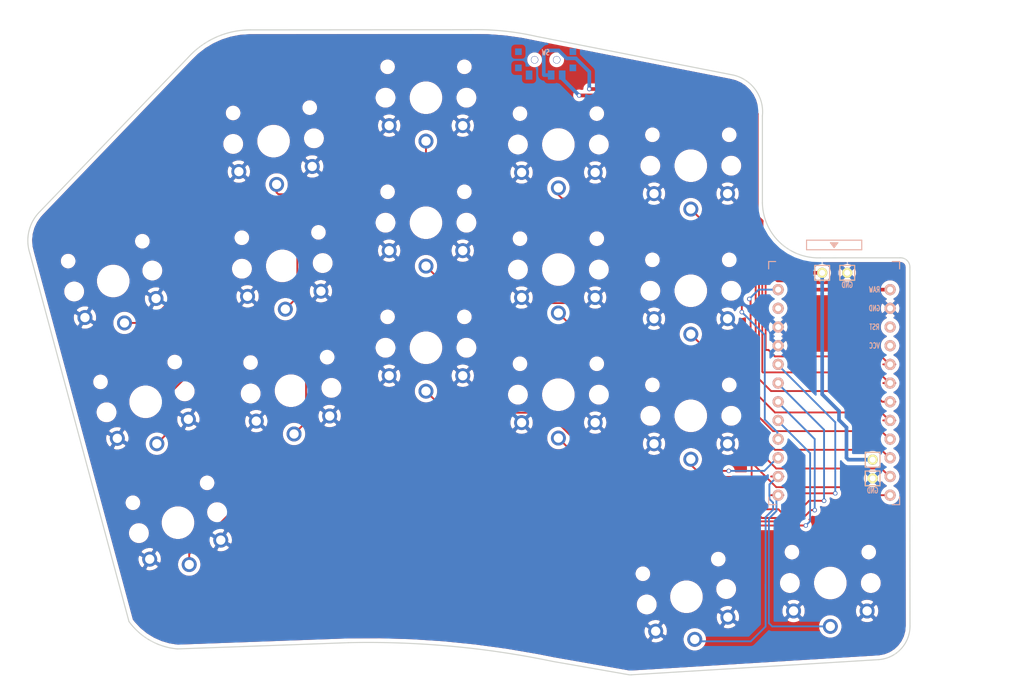
<source format=kicad_pcb>
(kicad_pcb (version 20171130) (host pcbnew "(5.1.10-1-10_14)")
  (title_block (title hypergolic) (date 2020-12-26) (rev 0.1) (company broomlabs))
  (layers (0 F.Cu signal) (31 B.Cu signal) (34 B.Paste user) (35 F.Paste user) (36 B.SilkS user) (37 F.SilkS user) (38 B.Mask user) (39 F.Mask user) (44 Edge.Cuts user))
  (net 0 "")
  (net 1 reset)
  (net 2 BT+)
  (net 3 gnd)
  (net 4 vcc)
  (net 5 Switch18)
  (net 6 Switch1)
  (net 7 Switch2)
  (net 8 Switch3)
  (net 9 Switch4)
  (net 10 Switch5)
  (net 11 Switch6)
  (net 12 Switch7)
  (net 13 Switch8)
  (net 14 Switch9)
  (net 15 Switch10)
  (net 16 Switch11)
  (net 17 Switch12)
  (net 18 Switch13)
  (net 19 Switch14)
  (net 20 Switch15)
  (net 21 Switch16)
  (net 22 Switch17)
  (net 23 "Net-(SW_POWER1-Pad1)")
  (net 24 raw)
  (module Kailh:SW_PG1350_rev_DPB (layer F.Cu) (at 98 46.04)
    (fp_text reference SW11 hide)
    (fp_text value SW_Push hide)
    (pad "" np_thru_hole circle (at -5.5 0) (size 1.7018 1.7018) (drill 1.7018) (layers *.Cu *.Mask))
    (pad "" np_thru_hole circle (at 5.5 0) (size 1.7018 1.7018) (drill 1.7018) (layers *.Cu *.Mask))
    (pad "" np_thru_hole circle (at 5.22 -4.2) (size 0.9906 0.9906) (drill 0.9906) (layers *.Cu *.Mask))
    (pad 1 thru_hole circle (at 0 5.9) (size 2.032 2.032) (drill 1.27) (layers *.Cu *.Mask) (net 14 Switch9))
    (pad 2 thru_hole circle (at -5 3.8) (size 2.032 2.032) (drill 1.27) (layers *.Cu *.Mask) (net 3 gnd))
    (pad "" np_thru_hole circle (at 0 0) (size 3.429 3.429) (drill 3.429) (layers *.Cu *.Mask))
    (pad 2 thru_hole circle (at 5 3.8) (size 2.032 2.032) (drill 1.27) (layers *.Cu *.Mask) (net 3 gnd))
    (pad "" np_thru_hole circle (at -5.22 -4.2) (size 0.9906 0.9906) (drill 0.9906) (layers *.Cu *.Mask))
  )
  (module Kailh:SW_PG1350_rev_DPB (layer F.Cu) (at 116 65.92)
    (fp_text reference SW18 hide)
    (fp_text value SW_Push hide)
    (pad "" np_thru_hole circle (at -5.5 0) (size 1.7018 1.7018) (drill 1.7018) (layers *.Cu *.Mask))
    (pad "" np_thru_hole circle (at 5.5 0) (size 1.7018 1.7018) (drill 1.7018) (layers *.Cu *.Mask))
    (pad "" np_thru_hole circle (at 5.22 -4.2) (size 0.9906 0.9906) (drill 0.9906) (layers *.Cu *.Mask))
    (pad 1 thru_hole circle (at 0 5.9) (size 2.032 2.032) (drill 1.27) (layers *.Cu *.Mask) (net 20 Switch15))
    (pad 2 thru_hole circle (at -5 3.8) (size 2.032 2.032) (drill 1.27) (layers *.Cu *.Mask) (net 3 gnd))
    (pad "" np_thru_hole circle (at 0 0) (size 3.429 3.429) (drill 3.429) (layers *.Cu *.Mask))
    (pad 2 thru_hole circle (at 5 3.8) (size 2.032 2.032) (drill 1.27) (layers *.Cu *.Mask) (net 3 gnd))
    (pad "" np_thru_hole circle (at -5.22 -4.2) (size 0.9906 0.9906) (drill 0.9906) (layers *.Cu *.Mask))
  )
  (module Kailh:SW_PG1350_rev_DPB (layer F.Cu) (at 59.2853 28.5816 4)
    (fp_text reference SW3 hide)
    (fp_text value SW_Push hide)
    (pad "" np_thru_hole circle (at -5.5 0 4) (size 1.7018 1.7018) (drill 1.7018) (layers *.Cu *.Mask))
    (pad "" np_thru_hole circle (at 5.5 0 4) (size 1.7018 1.7018) (drill 1.7018) (layers *.Cu *.Mask))
    (pad "" np_thru_hole circle (at 5.22 -4.2 4) (size 0.9906 0.9906) (drill 0.9906) (layers *.Cu *.Mask))
    (pad 1 thru_hole circle (at 0 5.9 4) (size 2.032 2.032) (drill 1.27) (layers *.Cu *.Mask) (net 7 Switch2))
    (pad 2 thru_hole circle (at -5 3.8 4) (size 2.032 2.032) (drill 1.27) (layers *.Cu *.Mask) (net 3 gnd))
    (pad "" np_thru_hole circle (at 0 0 4) (size 3.429 3.429) (drill 3.429) (layers *.Cu *.Mask))
    (pad 2 thru_hole circle (at 5 3.8 4) (size 2.032 2.032) (drill 1.27) (layers *.Cu *.Mask) (net 3 gnd))
    (pad "" np_thru_hole circle (at -5.22 -4.2 4) (size 0.9906 0.9906) (drill 0.9906) (layers *.Cu *.Mask))
  )
  (module Kailh:SW_PG1350_rev_DPB (layer F.Cu) (at 116 48.92)
    (fp_text reference SW12 hide)
    (fp_text value SW_Push hide)
    (pad "" np_thru_hole circle (at -5.5 0) (size 1.7018 1.7018) (drill 1.7018) (layers *.Cu *.Mask))
    (pad "" np_thru_hole circle (at 5.5 0) (size 1.7018 1.7018) (drill 1.7018) (layers *.Cu *.Mask))
    (pad "" np_thru_hole circle (at 5.22 -4.2) (size 0.9906 0.9906) (drill 0.9906) (layers *.Cu *.Mask))
    (pad 1 thru_hole circle (at 0 5.9) (size 2.032 2.032) (drill 1.27) (layers *.Cu *.Mask) (net 15 Switch10))
    (pad 2 thru_hole circle (at -5 3.8) (size 2.032 2.032) (drill 1.27) (layers *.Cu *.Mask) (net 3 gnd))
    (pad "" np_thru_hole circle (at 0 0) (size 3.429 3.429) (drill 3.429) (layers *.Cu *.Mask))
    (pad 2 thru_hole circle (at 5 3.8) (size 2.032 2.032) (drill 1.27) (layers *.Cu *.Mask) (net 3 gnd))
    (pad "" np_thru_hole circle (at -5.22 -4.2) (size 0.9906 0.9906) (drill 0.9906) (layers *.Cu *.Mask))
  )
  (module Kailh:SW_PG1350_rev_DPB (layer F.Cu) (at 134.966 88.646)
    (fp_text reference SW21 hide)
    (fp_text value SW_Push hide)
    (pad "" np_thru_hole circle (at -5.5 0) (size 1.7018 1.7018) (drill 1.7018) (layers *.Cu *.Mask))
    (pad "" np_thru_hole circle (at 5.5 0) (size 1.7018 1.7018) (drill 1.7018) (layers *.Cu *.Mask))
    (pad "" np_thru_hole circle (at 5.22 -4.2) (size 0.9906 0.9906) (drill 0.9906) (layers *.Cu *.Mask))
    (pad 1 thru_hole circle (at 0 5.9) (size 2.032 2.032) (drill 1.27) (layers *.Cu *.Mask) (net 22 Switch17))
    (pad 2 thru_hole circle (at -5 3.8) (size 2.032 2.032) (drill 1.27) (layers *.Cu *.Mask) (net 3 gnd))
    (pad "" np_thru_hole circle (at 0 0) (size 3.429 3.429) (drill 3.429) (layers *.Cu *.Mask))
    (pad 2 thru_hole circle (at 5 3.8) (size 2.032 2.032) (drill 1.27) (layers *.Cu *.Mask) (net 3 gnd))
    (pad "" np_thru_hole circle (at -5.22 -4.2) (size 0.9906 0.9906) (drill 0.9906) (layers *.Cu *.Mask))
  )
  (module Kailh:SW_PG1350_rev_DPB (layer F.Cu) (at 115.408 90.514 11)
    (fp_text reference SW20 hide)
    (fp_text value SW_Push hide)
    (pad "" np_thru_hole circle (at -5.5 0 11) (size 1.7018 1.7018) (drill 1.7018) (layers *.Cu *.Mask))
    (pad "" np_thru_hole circle (at 5.5 0 11) (size 1.7018 1.7018) (drill 1.7018) (layers *.Cu *.Mask))
    (pad "" np_thru_hole circle (at 5.22 -4.2 11) (size 0.9906 0.9906) (drill 0.9906) (layers *.Cu *.Mask))
    (pad 1 thru_hole circle (at 0 5.9 11) (size 2.032 2.032) (drill 1.27) (layers *.Cu *.Mask) (net 21 Switch16))
    (pad 2 thru_hole circle (at -5 3.8 11) (size 2.032 2.032) (drill 1.27) (layers *.Cu *.Mask) (net 3 gnd))
    (pad "" np_thru_hole circle (at 0 0 11) (size 3.429 3.429) (drill 3.429) (layers *.Cu *.Mask))
    (pad 2 thru_hole circle (at 5 3.8 11) (size 2.032 2.032) (drill 1.27) (layers *.Cu *.Mask) (net 3 gnd))
    (pad "" np_thru_hole circle (at -5.22 -4.2 11) (size 0.9906 0.9906) (drill 0.9906) (layers *.Cu *.Mask))
  )
  (module Kailh:SW_PG1350_rev_DPB (layer F.Cu) (at 98 63.045)
    (fp_text reference SW17 hide)
    (fp_text value SW_Push hide)
    (pad "" np_thru_hole circle (at -5.5 0) (size 1.7018 1.7018) (drill 1.7018) (layers *.Cu *.Mask))
    (pad "" np_thru_hole circle (at 5.5 0) (size 1.7018 1.7018) (drill 1.7018) (layers *.Cu *.Mask))
    (pad "" np_thru_hole circle (at 5.22 -4.2) (size 0.9906 0.9906) (drill 0.9906) (layers *.Cu *.Mask))
    (pad 1 thru_hole circle (at 0 5.9) (size 2.032 2.032) (drill 1.27) (layers *.Cu *.Mask) (net 19 Switch14))
    (pad 2 thru_hole circle (at -5 3.8) (size 2.032 2.032) (drill 1.27) (layers *.Cu *.Mask) (net 3 gnd))
    (pad "" np_thru_hole circle (at 0 0) (size 3.429 3.429) (drill 3.429) (layers *.Cu *.Mask))
    (pad 2 thru_hole circle (at 5 3.8) (size 2.032 2.032) (drill 1.27) (layers *.Cu *.Mask) (net 3 gnd))
    (pad "" np_thru_hole circle (at -5.22 -4.2) (size 0.9906 0.9906) (drill 0.9906) (layers *.Cu *.Mask))
  )
  (module Kailh:SW_PG1350_rev_DPB (layer F.Cu) (at 80 56.67)
    (fp_text reference SW16 hide)
    (fp_text value SW_Push hide)
    (pad "" np_thru_hole circle (at -5.5 0) (size 1.7018 1.7018) (drill 1.7018) (layers *.Cu *.Mask))
    (pad "" np_thru_hole circle (at 5.5 0) (size 1.7018 1.7018) (drill 1.7018) (layers *.Cu *.Mask))
    (pad "" np_thru_hole circle (at 5.22 -4.2) (size 0.9906 0.9906) (drill 0.9906) (layers *.Cu *.Mask))
    (pad 1 thru_hole circle (at 0 5.9) (size 2.032 2.032) (drill 1.27) (layers *.Cu *.Mask) (net 18 Switch13))
    (pad 2 thru_hole circle (at -5 3.8) (size 2.032 2.032) (drill 1.27) (layers *.Cu *.Mask) (net 3 gnd))
    (pad "" np_thru_hole circle (at 0 0) (size 3.429 3.429) (drill 3.429) (layers *.Cu *.Mask))
    (pad 2 thru_hole circle (at 5 3.8) (size 2.032 2.032) (drill 1.27) (layers *.Cu *.Mask) (net 3 gnd))
    (pad "" np_thru_hole circle (at -5.22 -4.2) (size 0.9906 0.9906) (drill 0.9906) (layers *.Cu *.Mask))
  )
  (module Kailh:SW_PG1350_rev_DPB (layer F.Cu) (at 61.6573 62.5037 4)
    (fp_text reference SW15 hide)
    (fp_text value SW_Push hide)
    (pad "" np_thru_hole circle (at -5.5 0 4) (size 1.7018 1.7018) (drill 1.7018) (layers *.Cu *.Mask))
    (pad "" np_thru_hole circle (at 5.5 0 4) (size 1.7018 1.7018) (drill 1.7018) (layers *.Cu *.Mask))
    (pad "" np_thru_hole circle (at 5.22 -4.2 4) (size 0.9906 0.9906) (drill 0.9906) (layers *.Cu *.Mask))
    (pad 1 thru_hole circle (at 0 5.9 4) (size 2.032 2.032) (drill 1.27) (layers *.Cu *.Mask) (net 17 Switch12))
    (pad 2 thru_hole circle (at -5 3.8 4) (size 2.032 2.032) (drill 1.27) (layers *.Cu *.Mask) (net 3 gnd))
    (pad "" np_thru_hole circle (at 0 0 4) (size 3.429 3.429) (drill 3.429) (layers *.Cu *.Mask))
    (pad 2 thru_hole circle (at 5 3.8 4) (size 2.032 2.032) (drill 1.27) (layers *.Cu *.Mask) (net 3 gnd))
    (pad "" np_thru_hole circle (at -5.22 -4.2 4) (size 0.9906 0.9906) (drill 0.9906) (layers *.Cu *.Mask))
  )
  (module Kailh:SW_PG1350_rev_DPB (layer F.Cu) (at 80 39.67)
    (fp_text reference SW10 hide)
    (fp_text value SW_Push hide)
    (pad "" np_thru_hole circle (at -5.5 0) (size 1.7018 1.7018) (drill 1.7018) (layers *.Cu *.Mask))
    (pad "" np_thru_hole circle (at 5.5 0) (size 1.7018 1.7018) (drill 1.7018) (layers *.Cu *.Mask))
    (pad "" np_thru_hole circle (at 5.22 -4.2) (size 0.9906 0.9906) (drill 0.9906) (layers *.Cu *.Mask))
    (pad 1 thru_hole circle (at 0 5.9) (size 2.032 2.032) (drill 1.27) (layers *.Cu *.Mask) (net 13 Switch8))
    (pad 2 thru_hole circle (at -5 3.8) (size 2.032 2.032) (drill 1.27) (layers *.Cu *.Mask) (net 3 gnd))
    (pad "" np_thru_hole circle (at 0 0) (size 3.429 3.429) (drill 3.429) (layers *.Cu *.Mask))
    (pad 2 thru_hole circle (at 5 3.8) (size 2.032 2.032) (drill 1.27) (layers *.Cu *.Mask) (net 3 gnd))
    (pad "" np_thru_hole circle (at -5.22 -4.2) (size 0.9906 0.9906) (drill 0.9906) (layers *.Cu *.Mask))
  )
  (module Kailh:SW_PG1350_rev_DPB (layer F.Cu) (at 116 31.92)
    (fp_text reference SW6 hide)
    (fp_text value SW_Push hide)
    (pad "" np_thru_hole circle (at -5.5 0) (size 1.7018 1.7018) (drill 1.7018) (layers *.Cu *.Mask))
    (pad "" np_thru_hole circle (at 5.5 0) (size 1.7018 1.7018) (drill 1.7018) (layers *.Cu *.Mask))
    (pad "" np_thru_hole circle (at 5.22 -4.2) (size 0.9906 0.9906) (drill 0.9906) (layers *.Cu *.Mask))
    (pad 1 thru_hole circle (at 0 5.9) (size 2.032 2.032) (drill 1.27) (layers *.Cu *.Mask) (net 10 Switch5))
    (pad 2 thru_hole circle (at -5 3.8) (size 2.032 2.032) (drill 1.27) (layers *.Cu *.Mask) (net 3 gnd))
    (pad "" np_thru_hole circle (at 0 0) (size 3.429 3.429) (drill 3.429) (layers *.Cu *.Mask))
    (pad 2 thru_hole circle (at 5 3.8) (size 2.032 2.032) (drill 1.27) (layers *.Cu *.Mask) (net 3 gnd))
    (pad "" np_thru_hole circle (at -5.22 -4.2) (size 0.9906 0.9906) (drill 0.9906) (layers *.Cu *.Mask))
  )
  (module Kailh:SW_PG1350_rev_DPB (layer F.Cu) (at 98 29.04)
    (fp_text reference SW5 hide)
    (fp_text value SW_Push hide)
    (pad "" np_thru_hole circle (at -5.5 0) (size 1.7018 1.7018) (drill 1.7018) (layers *.Cu *.Mask))
    (pad "" np_thru_hole circle (at 5.5 0) (size 1.7018 1.7018) (drill 1.7018) (layers *.Cu *.Mask))
    (pad "" np_thru_hole circle (at 5.22 -4.2) (size 0.9906 0.9906) (drill 0.9906) (layers *.Cu *.Mask))
    (pad 1 thru_hole circle (at 0 5.9) (size 2.032 2.032) (drill 1.27) (layers *.Cu *.Mask) (net 9 Switch4))
    (pad 2 thru_hole circle (at -5 3.8) (size 2.032 2.032) (drill 1.27) (layers *.Cu *.Mask) (net 3 gnd))
    (pad "" np_thru_hole circle (at 0 0) (size 3.429 3.429) (drill 3.429) (layers *.Cu *.Mask))
    (pad 2 thru_hole circle (at 5 3.8) (size 2.032 2.032) (drill 1.27) (layers *.Cu *.Mask) (net 3 gnd))
    (pad "" np_thru_hole circle (at -5.22 -4.2) (size 0.9906 0.9906) (drill 0.9906) (layers *.Cu *.Mask))
  )
  (module Kailh:SW_PG1350_rev_DPB (layer F.Cu) (at 80 22.68)
    (fp_text reference SW4 hide)
    (fp_text value SW_Push hide)
    (pad "" np_thru_hole circle (at -5.5 0) (size 1.7018 1.7018) (drill 1.7018) (layers *.Cu *.Mask))
    (pad "" np_thru_hole circle (at 5.5 0) (size 1.7018 1.7018) (drill 1.7018) (layers *.Cu *.Mask))
    (pad "" np_thru_hole circle (at 5.22 -4.2) (size 0.9906 0.9906) (drill 0.9906) (layers *.Cu *.Mask))
    (pad 1 thru_hole circle (at 0 5.9) (size 2.032 2.032) (drill 1.27) (layers *.Cu *.Mask) (net 8 Switch3))
    (pad 2 thru_hole circle (at -5 3.8) (size 2.032 2.032) (drill 1.27) (layers *.Cu *.Mask) (net 3 gnd))
    (pad "" np_thru_hole circle (at 0 0) (size 3.429 3.429) (drill 3.429) (layers *.Cu *.Mask))
    (pad 2 thru_hole circle (at 5 3.8) (size 2.032 2.032) (drill 1.27) (layers *.Cu *.Mask) (net 3 gnd))
    (pad "" np_thru_hole circle (at -5.22 -4.2) (size 0.9906 0.9906) (drill 0.9906) (layers *.Cu *.Mask))
  )
  (module Kailh:SW_PG1350_rev_DPB (layer F.Cu) (at 60.4711 45.5402 4)
    (fp_text reference SW9 hide)
    (fp_text value SW_Push hide)
    (pad "" np_thru_hole circle (at -5.5 0 4) (size 1.7018 1.7018) (drill 1.7018) (layers *.Cu *.Mask))
    (pad "" np_thru_hole circle (at 5.5 0 4) (size 1.7018 1.7018) (drill 1.7018) (layers *.Cu *.Mask))
    (pad "" np_thru_hole circle (at 5.22 -4.2 4) (size 0.9906 0.9906) (drill 0.9906) (layers *.Cu *.Mask))
    (pad 1 thru_hole circle (at 0 5.9 4) (size 2.032 2.032) (drill 1.27) (layers *.Cu *.Mask) (net 12 Switch7))
    (pad 2 thru_hole circle (at -5 3.8 4) (size 2.032 2.032) (drill 1.27) (layers *.Cu *.Mask) (net 3 gnd))
    (pad "" np_thru_hole circle (at 0 0 4) (size 3.429 3.429) (drill 3.429) (layers *.Cu *.Mask))
    (pad 2 thru_hole circle (at 5 3.8 4) (size 2.032 2.032) (drill 1.27) (layers *.Cu *.Mask) (net 3 gnd))
    (pad "" np_thru_hole circle (at -5.22 -4.2 4) (size 0.9906 0.9906) (drill 0.9906) (layers *.Cu *.Mask))
  )
  (module kbd:1pin_conn (layer F.Cu) (at 140.716 74.422)
    (fp_text reference GND (at 0 1.651) (layer B.SilkS) (effects (font (size 0.75 0.5) (thickness 0.125)) (justify mirror)))
    (fp_text value MountingHole_Pad hide)
    (pad 1 thru_hole circle (at 0 0) (size 1.397 1.397) (drill 0.8128) (layers *.Cu *.Mask F.SilkS) (net 3 gnd))
  )
  (module kbd:1pin_conn (layer F.Cu) (at 140.716 71.882)
    (fp_text reference " " (at 0 1.651) (layer F.SilkS) (effects (font (size 0.8128 0.8128))))
    (fp_text value Val** hide)
    (fp_text user " " (at 0 1.651) (layer B.SilkS) (effects (font (size 0.8128 0.8128)) (justify mirror)))
    (pad 1 thru_hole circle (at 0 0) (size 1.397 1.397) (drill 0.8128) (layers *.Cu *.Mask F.SilkS) (net 2 BT+))
  )
  (module kbd:ProMicro_DPB (layer B.Cu) (at 135.482 63.246 180)
    (fp_text reference U1 hide)
    (fp_text value ProMicro-kbd hide)
    (fp_text user VCC (at -5.478 6.858 unlocked) (layer B.SilkS) (effects (font (size 0.75 0.5) (thickness 0.125)) (justify mirror)))
    (fp_text user RST (at -5.478 9.398 unlocked) (layer B.SilkS) (effects (font (size 0.75 0.5) (thickness 0.125)) (justify mirror)))
    (fp_text user GND (at -5.478 11.938 unlocked) (layer B.SilkS) (effects (font (size 0.75 0.5) (thickness 0.125)) (justify mirror)))
    (fp_text user RAW (at -5.478 14.478 unlocked) (layer B.SilkS) (effects (font (size 0.75 0.5) (thickness 0.125)) (justify mirror)))
    (fp_text user "" (at -0.545 17.4) (layer B.SilkS) (effects (justify mirror)))
    (fp_text user "" (at -1.2515 16.256) (layer F.SilkS))
    (pad 1 thru_hole circle (at 7.6114 14.478 180) (size 1.524 1.524) (drill 0.8128) (layers *.Cu *.Mask B.SilkS) (net 15 Switch10))
    (pad 2 thru_hole circle (at 7.6114 11.938 180) (size 1.524 1.524) (drill 0.8128) (layers *.Cu *.Mask B.SilkS) (net 5 Switch18))
    (pad 3 thru_hole circle (at 7.6114 9.398 180) (size 1.524 1.524) (drill 0.8128) (layers *.Cu *.Mask B.SilkS) (net 3 gnd))
    (pad 4 thru_hole circle (at 7.6114 6.858 180) (size 1.524 1.524) (drill 0.8128) (layers *.Cu *.Mask B.SilkS) (net 3 gnd))
    (pad 5 thru_hole circle (at 7.6114 4.318 180) (size 1.524 1.524) (drill 0.8128) (layers *.Cu *.Mask B.SilkS) (net 16 Switch11))
    (pad 6 thru_hole circle (at 7.6114 1.778 180) (size 1.524 1.524) (drill 0.8128) (layers *.Cu *.Mask B.SilkS) (net 17 Switch12))
    (pad 7 thru_hole circle (at 7.6114 -0.762 180) (size 1.524 1.524) (drill 0.8128) (layers *.Cu *.Mask B.SilkS) (net 18 Switch13))
    (pad 8 thru_hole circle (at 7.6114 -3.302 180) (size 1.524 1.524) (drill 0.8128) (layers *.Cu *.Mask B.SilkS) (net 19 Switch14))
    (pad 9 thru_hole circle (at 7.6114 -5.842 180) (size 1.524 1.524) (drill 0.8128) (layers *.Cu *.Mask B.SilkS) (net 6 Switch1))
    (pad 10 thru_hole circle (at 7.6114 -8.382 180) (size 1.524 1.524) (drill 0.8128) (layers *.Cu *.Mask B.SilkS) (net 20 Switch15))
    (pad 11 thru_hole circle (at 7.6114 -10.922 180) (size 1.524 1.524) (drill 0.8128) (layers *.Cu *.Mask B.SilkS) (net 21 Switch16))
    (pad 12 thru_hole circle (at 7.6114 -13.462 180) (size 1.524 1.524) (drill 0.8128) (layers *.Cu *.Mask B.SilkS) (net 22 Switch17))
    (pad 13 thru_hole circle (at -7.6086 -13.462 180) (size 1.524 1.524) (drill 0.8128) (layers *.Cu *.Mask B.SilkS) (net 14 Switch9))
    (pad 14 thru_hole circle (at -7.6086 -10.922 180) (size 1.524 1.524) (drill 0.8128) (layers *.Cu *.Mask B.SilkS) (net 13 Switch8))
    (pad 15 thru_hole circle (at -7.6086 -8.382 180) (size 1.524 1.524) (drill 0.8128) (layers *.Cu *.Mask B.SilkS) (net 12 Switch7))
    (pad 16 thru_hole circle (at -7.6086 -5.842 180) (size 1.524 1.524) (drill 0.8128) (layers *.Cu *.Mask B.SilkS) (net 11 Switch6))
    (pad 17 thru_hole circle (at -7.6086 -3.302 180) (size 1.524 1.524) (drill 0.8128) (layers *.Cu *.Mask B.SilkS) (net 7 Switch2))
    (pad 18 thru_hole circle (at -7.6086 -0.762 180) (size 1.524 1.524) (drill 0.8128) (layers *.Cu *.Mask B.SilkS) (net 8 Switch3))
    (pad 19 thru_hole circle (at -7.6086 1.778 180) (size 1.524 1.524) (drill 0.8128) (layers *.Cu *.Mask B.SilkS) (net 9 Switch4))
    (pad 20 thru_hole circle (at -7.6086 4.318 180) (size 1.524 1.524) (drill 0.8128) (layers *.Cu *.Mask B.SilkS) (net 10 Switch5))
    (pad 21 thru_hole circle (at -7.6086 6.858 180) (size 1.524 1.524) (drill 0.8128) (layers *.Cu *.Mask B.SilkS) (net 4 vcc))
    (pad 22 thru_hole circle (at -7.6086 9.398 180) (size 1.524 1.524) (drill 0.8128) (layers *.Cu *.Mask B.SilkS) (net 1 reset))
    (pad 23 thru_hole circle (at -7.6086 11.938 180) (size 1.524 1.524) (drill 0.8128) (layers *.Cu *.Mask B.SilkS) (net 3 gnd))
    (pad 24 thru_hole circle (at -7.6086 14.478 180) (size 1.524 1.524) (drill 0.8128) (layers *.Cu *.Mask B.SilkS) (net 24 raw))
  )
  (module kbd:1pin_conn (layer F.Cu) (at 133.858 46.482)
    (fp_text reference " " (at 0 1.651) (layer F.SilkS) (effects (font (size 0.8128 0.8128))))
    (fp_text value Val** hide)
    (pad 1 thru_hole circle (at 0 0) (size 1.397 1.397) (drill 0.8128) (layers *.Cu *.Mask F.SilkS) (net 2 BT+))
  )
  (module Kailh:SW_PG1350_rev_DPB (layer F.Cu) (at 46.2925 80.4417 15)
    (fp_text reference SW14 hide)
    (fp_text value SW_Push hide)
    (pad "" np_thru_hole circle (at -5.5 0 15) (size 1.7018 1.7018) (drill 1.7018) (layers *.Cu *.Mask))
    (pad "" np_thru_hole circle (at 5.5 0 15) (size 1.7018 1.7018) (drill 1.7018) (layers *.Cu *.Mask))
    (pad "" np_thru_hole circle (at 5.22 -4.2 15) (size 0.9906 0.9906) (drill 0.9906) (layers *.Cu *.Mask))
    (pad 1 thru_hole circle (at 0 5.9 15) (size 2.032 2.032) (drill 1.27) (layers *.Cu *.Mask) (net 16 Switch11))
    (pad 2 thru_hole circle (at -5 3.8 15) (size 2.032 2.032) (drill 1.27) (layers *.Cu *.Mask) (net 3 gnd))
    (pad "" np_thru_hole circle (at 0 0 15) (size 3.429 3.429) (drill 3.429) (layers *.Cu *.Mask))
    (pad 2 thru_hole circle (at 5 3.8 15) (size 2.032 2.032) (drill 1.27) (layers *.Cu *.Mask) (net 3 gnd))
    (pad "" np_thru_hole circle (at -5.22 -4.2 15) (size 0.9906 0.9906) (drill 0.9906) (layers *.Cu *.Mask))
  )
  (module Kailh:SW_PG1350_rev_DPB (layer F.Cu) (at 41.8913 64.0161 15)
    (fp_text reference SW8 hide)
    (fp_text value SW_Push hide)
    (pad "" np_thru_hole circle (at -5.5 0 15) (size 1.7018 1.7018) (drill 1.7018) (layers *.Cu *.Mask))
    (pad "" np_thru_hole circle (at 5.5 0 15) (size 1.7018 1.7018) (drill 1.7018) (layers *.Cu *.Mask))
    (pad "" np_thru_hole circle (at 5.22 -4.2 15) (size 0.9906 0.9906) (drill 0.9906) (layers *.Cu *.Mask))
    (pad 1 thru_hole circle (at 0 5.9 15) (size 2.032 2.032) (drill 1.27) (layers *.Cu *.Mask) (net 11 Switch6))
    (pad 2 thru_hole circle (at -5 3.8 15) (size 2.032 2.032) (drill 1.27) (layers *.Cu *.Mask) (net 3 gnd))
    (pad "" np_thru_hole circle (at 0 0 15) (size 3.429 3.429) (drill 3.429) (layers *.Cu *.Mask))
    (pad 2 thru_hole circle (at 5 3.8 15) (size 2.032 2.032) (drill 1.27) (layers *.Cu *.Mask) (net 3 gnd))
    (pad "" np_thru_hole circle (at -5.22 -4.2 15) (size 0.9906 0.9906) (drill 0.9906) (layers *.Cu *.Mask))
  )
  (module Kailh:SW_PG1350_rev_DPB (layer F.Cu) (at 37.4914 47.5954 15)
    (fp_text reference SW2 hide)
    (fp_text value SW_Push hide)
    (pad "" np_thru_hole circle (at -5.5 0 15) (size 1.7018 1.7018) (drill 1.7018) (layers *.Cu *.Mask))
    (pad "" np_thru_hole circle (at 5.5 0 15) (size 1.7018 1.7018) (drill 1.7018) (layers *.Cu *.Mask))
    (pad "" np_thru_hole circle (at 5.22 -4.2 15) (size 0.9906 0.9906) (drill 0.9906) (layers *.Cu *.Mask))
    (pad 1 thru_hole circle (at 0 5.9 15) (size 2.032 2.032) (drill 1.27) (layers *.Cu *.Mask) (net 6 Switch1))
    (pad 2 thru_hole circle (at -5 3.8 15) (size 2.032 2.032) (drill 1.27) (layers *.Cu *.Mask) (net 3 gnd))
    (pad "" np_thru_hole circle (at 0 0 15) (size 3.429 3.429) (drill 3.429) (layers *.Cu *.Mask))
    (pad 2 thru_hole circle (at 5 3.8 15) (size 2.032 2.032) (drill 1.27) (layers *.Cu *.Mask) (net 3 gnd))
    (pad "" np_thru_hole circle (at -5.22 -4.2 15) (size 0.9906 0.9906) (drill 0.9906) (layers *.Cu *.Mask))
  )
  (module Kailh:SPDT_C128955 (layer B.Cu) (at 96.266 17.526 180)
    (fp_text reference SW (at 0 1) (layer B.SilkS) (effects (font (size 0.75 0.5) (thickness 0.125)) (justify mirror)))
    (fp_text value SW_SPDT)
    (pad 0 smd rect (at -3.7 1.1 180) (size 0.9 0.9) (layers B.Cu B.Paste B.Mask))
    (pad 0 smd rect (at -3.7 -1.1 180) (size 0.9 0.9) (layers B.Cu B.Paste B.Mask))
    (pad 0 smd rect (at 3.7 -1.1 180) (size 0.9 0.9) (layers B.Cu B.Paste B.Mask))
    (pad 0 smd rect (at 3.7 1.1 180) (size 0.9 0.9) (layers B.Cu B.Paste B.Mask))
    (pad 1 smd rect (at 2.25 -2.075 180) (size 0.9 1.25) (layers B.Cu B.Paste B.Mask) (net 23 "Net-(SW_POWER1-Pad1)"))
    (pad 3 smd rect (at -2.25 -2.075 180) (size 0.9 1.25) (layers B.Cu B.Paste B.Mask) (net 24 raw))
    (pad 2 smd rect (at -0.75 -2.075 180) (size 0.9 1.25) (layers B.Cu B.Paste B.Mask) (net 2 BT+))
    (pad "" np_thru_hole circle (at -1.5 0 180) (size 1 1) (drill 0.9) (layers *.Cu *.Mask))
    (pad "" np_thru_hole circle (at 1.5 0 180) (size 1 1) (drill 0.9) (layers *.Cu *.Mask))
  )
  (module kbd:1pin_conn (layer F.Cu) (at 137.262 46.482)
    (fp_text reference GND (at 0 1.651) (layer B.SilkS) (effects (font (size 0.75 0.5) (thickness 0.125)) (justify mirror)))
    (fp_text value MountingHole_Pad hide)
    (pad 1 thru_hole circle (at 0 0) (size 1.397 1.397) (drill 0.8128) (layers *.Cu *.Mask F.SilkS) (net 3 gnd))
  )
  (gr_line (start 107.952813 101.121456) (end 141.54832 99.06) (layer Edge.Cuts) (width 0.15))
  (gr_arc (start 107.793046 99.448186) (end 107.442 101.092) (angle -17.50894085) (layer Edge.Cuts) (width 0.15))
  (gr_arc (start 141.211619 94.488) (end 141.54832 99.06) (angle -85.78810506) (layer Edge.Cuts) (width 0.15))
  (gr_line (start 97.282 99.314) (end 107.442 101.092) (layer Edge.Cuts) (width 0.15))
  (gr_arc (start 86.891921 49.82479) (end 95.033607 14.351399) (angle -14.16454563) (layer Edge.Cuts) (width 0.15))
  (gr_arc (start 72.159282 219.965279) (end 69.451546 96.755903) (angle 13.02135768) (layer Edge.Cuts) (width 0.15))
  (gr_line (start 145.796 94.488) (end 145.78 78.232) (angle 90) (layer Edge.Cuts) (width 0.15))
  (gr_line (start 86.105472 13.437567) (end 56.134 13.462) (angle 90) (layer Edge.Cuts) (width 0.15))
  (gr_line (start 46.217948 97.605617) (end 69.451546 96.755903) (layer Edge.Cuts) (width 0.15))
  (gr_arc (start 133.35 36.82861) (end 125.73 36.974151) (angle -90.81459567) (layer Edge.Cuts) (width 0.15))
  (gr_arc (start 120.632493 24.59991) (end 125.73 25.146) (angle -87.32605082) (layer Edge.Cuts) (width 0.15))
  (gr_arc (start 46.994398 88.544346) (end 39.628398 93.878346) (angle -49.19263052) (layer Edge.Cuts) (width 0.15))
  (gr_line (start 47.676485 17.20335) (end 27.513839 38.16132) (angle 90) (layer Edge.Cuts) (width 0.15))
  (gr_arc (start 31.454299 42.103296) (end 27.513839 38.16132) (angle -63.29582795) (layer Edge.Cuts) (width 0.15))
  (gr_line (start 125.73 36.974151) (end 125.73 25.146) (angle 90) (layer Edge.Cuts) (width 0.15))
  (gr_arc (start 144.51 45.71) (end 145.78 45.72) (angle -94.05555909) (layer Edge.Cuts) (width 0.15))
  (gr_arc (start 56.134 24.892) (end 56.134 13.462) (angle -47.72631099) (layer Edge.Cuts) (width 0.15))
  (gr_line (start 144.430156 44.442473) (end 133.603859 44.445771) (angle 90) (layer Edge.Cuts) (width 0.15))
  (gr_line (start 26.162 43.852) (end 39.628398 93.878346) (angle 90) (layer Edge.Cuts) (width 0.15))
  (gr_line (start 145.78 78.232) (end 145.78 45.72) (angle 90) (layer Edge.Cuts) (width 0.15))
  (gr_line (start 121.415799 19.53343) (end 95.033607 14.351399) (angle 90) (layer Edge.Cuts) (width 0.15))
  (segment (start 93.98 53.594) (end 93.980002 53.593998) (width 0.25) (layer F.Cu) (net 0))
  (segment (start 106.119353 21.497333) (end 102.200667 21.497333) (width 0.5) (layer F.Cu) (net 2))
  (segment (start 122.91599 22.83999) (end 107.46201 22.83999) (width 0.5) (layer F.Cu) (net 2))
  (segment (start 124.968 24.892) (end 122.91599 22.83999) (width 0.5) (layer F.Cu) (net 2))
  (segment (start 125.638887 39.461114) (end 124.968 38.790227) (width 0.5) (layer F.Cu) (net 2))
  (segment (start 107.46201 22.83999) (end 106.119353 21.497333) (width 0.5) (layer F.Cu) (net 2))
  (segment (start 125.615574 39.484426) (end 125.638887 39.461114) (width 0.5) (layer F.Cu) (net 2))
  (segment (start 125.615574 43.548426) (end 125.615574 39.484426) (width 0.5) (layer F.Cu) (net 2))
  (segment (start 128.549148 46.482) (end 125.615574 43.548426) (width 0.5) (layer F.Cu) (net 2))
  (segment (start 124.968 38.790227) (end 124.968 24.892) (width 0.5) (layer F.Cu) (net 2))
  (segment (start 134.112 46.482) (end 128.549148 46.482) (width 0.5) (layer F.Cu) (net 2))
  (via (at 102.200667 21.497333) (size 0.6) (drill 0.4) (layers F.Cu B.Cu) (net 2))
  (segment (start 96.055 19.601) (end 97.016 19.601) (width 0.5) (layer B.Cu) (net 2))
  (segment (start 96.012 19.558) (end 96.055 19.601) (width 0.5) (layer B.Cu) (net 2))
  (segment (start 96.012 16.764) (end 96.012 19.558) (width 0.5) (layer B.Cu) (net 2))
  (segment (start 98.044 16.256) (end 96.52 16.256) (width 0.5) (layer B.Cu) (net 2))
  (segment (start 99.114001 17.326001) (end 98.044 16.256) (width 0.5) (layer B.Cu) (net 2))
  (segment (start 100.376003 17.326001) (end 99.114001 17.326001) (width 0.5) (layer B.Cu) (net 2))
  (segment (start 96.52 16.256) (end 96.012 16.764) (width 0.5) (layer B.Cu) (net 2))
  (segment (start 102.200667 19.150665) (end 100.376003 17.326001) (width 0.5) (layer B.Cu) (net 2))
  (segment (start 102.200667 21.497333) (end 102.200667 19.150665) (width 0.5) (layer B.Cu) (net 2))
  (segment (start 133.858 46.482) (end 133.858 62.992) (width 0.5) (layer B.Cu) (net 2))
  (segment (start 136.144 66.488214) (end 137.16 67.504214) (width 0.5) (layer B.Cu) (net 2))
  (segment (start 136.144 65.278) (end 136.144 66.488214) (width 0.5) (layer B.Cu) (net 2))
  (segment (start 133.858 62.992) (end 136.144 65.278) (width 0.5) (layer B.Cu) (net 2))
  (segment (start 137.414 71.882) (end 137.16 71.628) (width 0.5) (layer B.Cu) (net 2))
  (segment (start 140.716 71.882) (end 137.414 71.882) (width 0.5) (layer B.Cu) (net 2))
  (segment (start 137.16 67.504214) (end 137.16 71.628) (width 0.5) (layer B.Cu) (net 2))
  (segment (start 123.799954 48.514) (end 123.799954 48.514) (width 0.25) (layer F.Cu) (net 6))
  (via (at 122.936 51.816) (size 0.6) (drill 0.4) (layers F.Cu B.Cu) (net 6))
  (segment (start 42.209897 53.294362) (end 39.018432 53.294362) (width 0.25) (layer F.Cu) (net 6))
  (segment (start 46.736129 44.957871) (end 46.736129 48.768129) (width 0.25) (layer F.Cu) (net 6))
  (segment (start 55.446162 36.247838) (end 46.736129 44.957871) (width 0.25) (layer F.Cu) (net 6))
  (segment (start 122.130425 40.978835) (end 111.844835 40.978835) (width 0.25) (layer F.Cu) (net 6))
  (segment (start 123.799954 46.634046) (end 122.436762 45.270854) (width 0.25) (layer F.Cu) (net 6))
  (segment (start 92.3372 37.73002) (end 86.92317 32.31599) (width 0.25) (layer F.Cu) (net 6))
  (segment (start 122.436762 45.270854) (end 122.436762 41.410762) (width 0.25) (layer F.Cu) (net 6))
  (segment (start 46.736129 48.768129) (end 42.209897 53.294362) (width 0.25) (layer F.Cu) (net 6))
  (segment (start 122.37501 41.22342) (end 122.130425 40.978835) (width 0.25) (layer F.Cu) (net 6))
  (segment (start 108.59602 37.73002) (end 92.3372 37.73002) (width 0.25) (layer F.Cu) (net 6))
  (segment (start 122.436762 41.410762) (end 122.37501 41.34901) (width 0.25) (layer F.Cu) (net 6))
  (segment (start 122.37501 41.34901) (end 122.37501 41.22342) (width 0.25) (layer F.Cu) (net 6))
  (segment (start 111.844835 40.978835) (end 108.59602 37.73002) (width 0.25) (layer F.Cu) (net 6))
  (segment (start 64.178229 36.247837) (end 55.446162 36.247838) (width 0.25) (layer F.Cu) (net 6))
  (segment (start 68.12999 32.31599) (end 68.120033 32.306033) (width 0.25) (layer F.Cu) (net 6))
  (segment (start 86.92317 32.31599) (end 68.12999 32.31599) (width 0.25) (layer F.Cu) (net 6))
  (segment (start 68.120033 32.306033) (end 64.178229 36.247837) (width 0.25) (layer F.Cu) (net 6))
  (segment (start 122.936 49.225908) (end 122.936 51.816) (width 0.25) (layer F.Cu) (net 6))
  (segment (start 123.799954 48.361954) (end 122.936 49.225908) (width 0.25) (layer F.Cu) (net 6))
  (segment (start 123.799954 48.514) (end 123.799954 48.361954) (width 0.25) (layer F.Cu) (net 6))
  (segment (start 123.799954 48.361954) (end 123.799954 46.634046) (width 0.25) (layer F.Cu) (net 6))
  (segment (start 122.936 51.816) (end 126.055001 54.935001) (width 0.25) (layer B.Cu) (net 6))
  (segment (start 127.7706 68.156762) (end 127.7706 69.088) (width 0.25) (layer B.Cu) (net 6))
  (segment (start 126.055001 66.441163) (end 127.7706 68.156762) (width 0.25) (layer B.Cu) (net 6))
  (segment (start 126.055001 54.935001) (end 126.055001 66.441163) (width 0.25) (layer B.Cu) (net 6))
  (segment (start 122.316825 40.528825) (end 122.34295 40.55495) (width 0.25) (layer F.Cu) (net 7))
  (segment (start 122.886772 44.532002) (end 124.816969 46.462199) (width 0.25) (layer F.Cu) (net 7))
  (segment (start 122.886772 41.098772) (end 122.886772 44.532002) (width 0.25) (layer F.Cu) (net 7))
  (segment (start 122.316825 40.528825) (end 122.886772 41.098772) (width 0.25) (layer F.Cu) (net 7))
  (segment (start 122.062825 40.528825) (end 122.316825 40.528825) (width 0.25) (layer F.Cu) (net 7))
  (segment (start 112.154005 40.528825) (end 122.062825 40.528825) (width 0.25) (layer F.Cu) (net 7))
  (segment (start 92.5236 37.28001) (end 108.90519 37.28001) (width 0.25) (layer F.Cu) (net 7))
  (segment (start 87.099614 31.856024) (end 92.5236 37.28001) (width 0.25) (layer F.Cu) (net 7))
  (segment (start 63.991828 35.797828) (end 67.933632 31.856024) (width 0.25) (layer F.Cu) (net 7))
  (segment (start 108.90519 37.28001) (end 112.154005 40.528825) (width 0.25) (layer F.Cu) (net 7))
  (segment (start 67.933632 31.856024) (end 87.099614 31.856024) (width 0.25) (layer F.Cu) (net 7))
  (segment (start 142.155238 66.548) (end 143.8004 66.548) (width 0.25) (layer F.Cu) (net 7))
  (segment (start 127.436999 65.460999) (end 141.903599 65.460999) (width 0.25) (layer F.Cu) (net 7))
  (segment (start 124.816969 46.462199) (end 124.816969 62.635031) (width 0.25) (layer F.Cu) (net 7))
  (segment (start 141.903599 65.460999) (end 142.9906 66.548) (width 0.25) (layer F.Cu) (net 7))
  (segment (start 124.816969 62.840969) (end 127.436999 65.460999) (width 0.25) (layer F.Cu) (net 7))
  (segment (start 124.816969 62.635031) (end 124.816969 62.840969) (width 0.25) (layer F.Cu) (net 7))
  (segment (start 59.927828 35.797828) (end 60.689828 35.797828) (width 0.25) (layer F.Cu) (net 7))
  (segment (start 59.696863 35.566863) (end 59.927828 35.797828) (width 0.25) (layer F.Cu) (net 7))
  (segment (start 59.696863 34.467228) (end 59.696863 35.566863) (width 0.25) (layer F.Cu) (net 7))
  (segment (start 60.689828 35.797828) (end 63.991828 35.797828) (width 0.25) (layer F.Cu) (net 7))
  (segment (start 123.336782 44.345602) (end 125.266979 46.275799) (width 0.25) (layer F.Cu) (net 8))
  (segment (start 123.336782 40.786782) (end 123.336782 44.345602) (width 0.25) (layer F.Cu) (net 8))
  (segment (start 112.340405 40.078815) (end 122.628815 40.078815) (width 0.25) (layer F.Cu) (net 8))
  (segment (start 92.71 36.83) (end 109.09159 36.83) (width 0.25) (layer F.Cu) (net 8))
  (segment (start 87.286014 31.406014) (end 92.71 36.83) (width 0.25) (layer F.Cu) (net 8))
  (segment (start 122.628815 40.078815) (end 123.336782 40.786782) (width 0.25) (layer F.Cu) (net 8))
  (segment (start 109.09159 36.83) (end 112.340405 40.078815) (width 0.25) (layer F.Cu) (net 8))
  (segment (start 142.24 64.008) (end 143.8004 64.008) (width 0.25) (layer F.Cu) (net 8))
  (segment (start 142.017218 64.008) (end 142.24 64.008) (width 0.25) (layer F.Cu) (net 8))
  (segment (start 126.906959 62.555001) (end 140.564219 62.555001) (width 0.25) (layer F.Cu) (net 8))
  (segment (start 125.266979 60.915021) (end 126.906959 62.555001) (width 0.25) (layer F.Cu) (net 8))
  (segment (start 125.266979 46.275799) (end 125.266979 60.915021) (width 0.25) (layer F.Cu) (net 8))
  (segment (start 140.564219 62.555001) (end 142.017218 64.008) (width 0.25) (layer F.Cu) (net 8))
  (segment (start 80 30.47) (end 80.936014 31.406014) (width 0.25) (layer F.Cu) (net 8))
  (segment (start 80 28.58) (end 80 30.47) (width 0.25) (layer F.Cu) (net 8))
  (segment (start 80.936014 31.406014) (end 87.286014 31.406014) (width 0.25) (layer F.Cu) (net 8))
  (segment (start 123.367019 39.628805) (end 123.786791 40.048577) (width 0.25) (layer F.Cu) (net 9))
  (segment (start 123.786791 40.048577) (end 123.786791 44.159201) (width 0.25) (layer F.Cu) (net 9))
  (segment (start 109.27799 36.37999) (end 112.526805 39.628805) (width 0.25) (layer F.Cu) (net 9))
  (segment (start 123.786791 44.159201) (end 125.716989 46.089399) (width 0.25) (layer F.Cu) (net 9))
  (segment (start 112.526805 39.628805) (end 123.367019 39.628805) (width 0.25) (layer F.Cu) (net 9))
  (segment (start 142.155238 61.468) (end 143.8004 61.468) (width 0.25) (layer F.Cu) (net 9))
  (segment (start 141.537601 60.015001) (end 142.9906 61.468) (width 0.25) (layer F.Cu) (net 9))
  (segment (start 125.801001 60.015001) (end 141.537601 60.015001) (width 0.25) (layer F.Cu) (net 9))
  (segment (start 125.716989 59.930989) (end 125.801001 60.015001) (width 0.25) (layer F.Cu) (net 9))
  (segment (start 125.716989 46.089399) (end 125.716989 59.930989) (width 0.25) (layer F.Cu) (net 9))
  (segment (start 98 35.88598) (end 98.49401 36.37999) (width 0.25) (layer F.Cu) (net 9))
  (segment (start 98 34.94) (end 98 35.88598) (width 0.25) (layer F.Cu) (net 9))
  (segment (start 98.49401 36.37999) (end 109.27799 36.37999) (width 0.25) (layer F.Cu) (net 9))
  (segment (start 124.236801 43.972801) (end 126.166999 45.902999) (width 0.25) (layer F.Cu) (net 10))
  (segment (start 124.236801 39.862177) (end 124.236801 43.972801) (width 0.25) (layer F.Cu) (net 10))
  (segment (start 123.553419 39.178795) (end 124.236801 39.862177) (width 0.25) (layer F.Cu) (net 10))
  (segment (start 142.155238 58.928) (end 143.8004 58.928) (width 0.25) (layer F.Cu) (net 10))
  (segment (start 141.903599 57.840999) (end 142.9906 58.928) (width 0.25) (layer F.Cu) (net 10))
  (segment (start 127.436999 57.840999) (end 141.903599 57.840999) (width 0.25) (layer F.Cu) (net 10))
  (segment (start 126.563001 56.967001) (end 127.436999 57.840999) (width 0.25) (layer F.Cu) (net 10))
  (segment (start 126.166999 56.967001) (end 126.563001 56.967001) (width 0.25) (layer F.Cu) (net 10))
  (segment (start 126.166999 45.902999) (end 126.166999 56.967001) (width 0.25) (layer F.Cu) (net 10))
  (segment (start 116 37.82) (end 117.285205 39.105205) (width 0.25) (layer F.Cu) (net 10))
  (segment (start 117.285205 39.105205) (end 117.285205 39.178795) (width 0.25) (layer F.Cu) (net 10))
  (segment (start 117.285205 39.178795) (end 123.553419 39.178795) (width 0.25) (layer F.Cu) (net 10))
  (segment (start 44.45 63.606153) (end 44.45 68.683394) (width 0.25) (layer F.Cu) (net 11))
  (segment (start 47.186139 45.144271) (end 47.186139 60.870014) (width 0.25) (layer F.Cu) (net 11))
  (segment (start 55.632564 36.697846) (end 47.186139 45.144271) (width 0.25) (layer F.Cu) (net 11))
  (segment (start 64.364628 36.697846) (end 55.632564 36.697846) (width 0.25) (layer F.Cu) (net 11))
  (segment (start 47.186139 60.870014) (end 44.45 63.606153) (width 0.25) (layer F.Cu) (net 11))
  (segment (start 68.296476 32.766) (end 64.364628 36.697846) (width 0.25) (layer F.Cu) (net 11))
  (segment (start 86.73677 32.766) (end 68.296476 32.766) (width 0.25) (layer F.Cu) (net 11))
  (segment (start 44.45 68.683394) (end 43.418332 69.715062) (width 0.25) (layer F.Cu) (net 11))
  (segment (start 125.73 66.548) (end 125.73 66.500436) (width 0.25) (layer F.Cu) (net 11))
  (segment (start 125.814619 66.632619) (end 125.73 66.548) (width 0.25) (layer F.Cu) (net 11))
  (segment (start 92.150799 38.180029) (end 86.73677 32.766) (width 0.25) (layer F.Cu) (net 11))
  (segment (start 106.68 50.770293) (end 106.68 38.608) (width 0.25) (layer F.Cu) (net 11))
  (segment (start 106.68 38.608) (end 106.25203 38.18003) (width 0.25) (layer F.Cu) (net 11))
  (segment (start 106.25203 38.18003) (end 92.150799 38.180029) (width 0.25) (layer F.Cu) (net 11))
  (segment (start 111.304717 55.39501) (end 110.885854 54.976146) (width 0.25) (layer F.Cu) (net 11))
  (segment (start 110.885854 54.976146) (end 106.68 50.770293) (width 0.25) (layer F.Cu) (net 11))
  (segment (start 141.903599 68.000999) (end 142.9906 69.088) (width 0.25) (layer F.Cu) (net 11))
  (segment (start 124.737782 65.555782) (end 127.182999 68.000999) (width 0.25) (layer F.Cu) (net 11))
  (segment (start 124.737782 65.508218) (end 124.737782 65.555782) (width 0.25) (layer F.Cu) (net 11))
  (segment (start 124.36696 57.806534) (end 124.366959 65.137395) (width 0.25) (layer F.Cu) (net 11))
  (segment (start 123.180388 56.619962) (end 124.36696 57.806534) (width 0.25) (layer F.Cu) (net 11))
  (segment (start 124.366959 65.137395) (end 124.737782 65.508218) (width 0.25) (layer F.Cu) (net 11))
  (segment (start 112.52967 56.619962) (end 123.180388 56.619962) (width 0.25) (layer F.Cu) (net 11))
  (segment (start 127.182999 68.000999) (end 141.903599 68.000999) (width 0.25) (layer F.Cu) (net 11))
  (segment (start 110.885854 54.976146) (end 112.52967 56.619962) (width 0.25) (layer F.Cu) (net 11))
  (segment (start 123.916949 58.464661) (end 123.916949 65.371359) (width 0.25) (layer F.Cu) (net 12))
  (segment (start 123.916949 65.371359) (end 125.364609 66.819019) (width 0.25) (layer F.Cu) (net 12))
  (segment (start 68.63799 33.21601) (end 86.55037 33.21601) (width 0.25) (layer F.Cu) (net 12))
  (segment (start 106.065628 38.630038) (end 106.22999 38.7944) (width 0.25) (layer F.Cu) (net 12))
  (segment (start 106.229991 50.956694) (end 112.343269 57.069971) (width 0.25) (layer F.Cu) (net 12))
  (segment (start 122.52226 57.069972) (end 123.916949 58.464661) (width 0.25) (layer F.Cu) (net 12))
  (segment (start 86.55037 33.21601) (end 91.9644 38.630038) (width 0.25) (layer F.Cu) (net 12))
  (segment (start 91.9644 38.630038) (end 106.065628 38.630038) (width 0.25) (layer F.Cu) (net 12))
  (segment (start 112.343269 57.069971) (end 122.52226 57.069972) (width 0.25) (layer F.Cu) (net 12))
  (segment (start 106.22999 38.7944) (end 106.229991 50.956694) (width 0.25) (layer F.Cu) (net 12))
  (segment (start 141.903599 70.540999) (end 142.9906 71.628) (width 0.25) (layer F.Cu) (net 12))
  (segment (start 127.436999 70.540999) (end 141.903599 70.540999) (width 0.25) (layer F.Cu) (net 12))
  (segment (start 125.364609 68.468609) (end 127.436999 70.540999) (width 0.25) (layer F.Cu) (net 12))
  (segment (start 125.364609 67.675391) (end 125.364609 68.468609) (width 0.25) (layer F.Cu) (net 12))
  (segment (start 125.364609 66.819019) (end 125.364609 67.675391) (width 0.25) (layer F.Cu) (net 12))
  (segment (start 62.510601 39.343399) (end 64.77 37.084) (width 0.25) (layer F.Cu) (net 12))
  (segment (start 62.510601 49.79789) (end 62.510601 39.343399) (width 0.25) (layer F.Cu) (net 12))
  (segment (start 60.882663 51.425828) (end 62.510601 49.79789) (width 0.25) (layer F.Cu) (net 12))
  (segment (start 64.77 37.084) (end 68.63799 33.21601) (width 0.25) (layer F.Cu) (net 12))
  (segment (start 64.706144 37.147856) (end 64.77 37.084) (width 0.25) (layer F.Cu) (net 12))
  (segment (start 91.9644 38.630038) (end 93.903336 38.630038) (width 0.25) (layer F.Cu) (net 12))
  (segment (start 122.993988 57.069972) (end 123.91695 57.992935) (width 0.25) (layer F.Cu) (net 12))
  (segment (start 123.91695 57.992935) (end 123.91695 65.37136) (width 0.25) (layer F.Cu) (net 12))
  (segment (start 112.34327 57.069972) (end 122.993988 57.069972) (width 0.25) (layer F.Cu) (net 12))
  (segment (start 83.269308 33.21601) (end 86.55037 33.21601) (width 0.25) (layer F.Cu) (net 12))
  (segment (start 124.914599 67.256599) (end 124.9146 68.5266) (width 0.25) (layer F.Cu) (net 13))
  (segment (start 124.914599 68.526599) (end 124.9146 68.5266) (width 0.25) (layer F.Cu) (net 13))
  (segment (start 141.903599 73.080999) (end 142.9906 74.168) (width 0.25) (layer F.Cu) (net 13))
  (segment (start 127.614837 73.080999) (end 141.903599 73.080999) (width 0.25) (layer F.Cu) (net 13))
  (segment (start 124.914599 70.380761) (end 127.614837 73.080999) (width 0.25) (layer F.Cu) (net 13))
  (segment (start 124.914599 68.526599) (end 124.914599 70.380761) (width 0.25) (layer F.Cu) (net 13))
  (segment (start 96.572999 50.598999) (end 99.112999 50.598999) (width 0.25) (layer F.Cu) (net 13))
  (segment (start 100.387989 53.143989) (end 107.780877 53.143989) (width 0.25) (layer F.Cu) (net 13))
  (segment (start 123.466939 65.557759) (end 124.914599 67.005419) (width 0.25) (layer F.Cu) (net 13))
  (segment (start 112.156871 57.519981) (end 122.335859 57.519981) (width 0.25) (layer F.Cu) (net 13))
  (segment (start 100.076 51.562) (end 100.076 52.832) (width 0.25) (layer F.Cu) (net 13))
  (segment (start 107.780877 53.143989) (end 112.156871 57.519981) (width 0.25) (layer F.Cu) (net 13))
  (segment (start 122.335859 57.519981) (end 123.466939 58.651061) (width 0.25) (layer F.Cu) (net 13))
  (segment (start 100.076 52.832) (end 100.387989 53.143989) (width 0.25) (layer F.Cu) (net 13))
  (segment (start 123.466939 58.651061) (end 123.466939 65.557759) (width 0.25) (layer F.Cu) (net 13))
  (segment (start 93.345 52.959) (end 95.885 52.959) (width 0.25) (layer F.Cu) (net 13))
  (segment (start 95.885 52.959) (end 96.012 52.832) (width 0.25) (layer F.Cu) (net 13))
  (segment (start 124.914599 67.005419) (end 124.914599 68.526599) (width 0.25) (layer F.Cu) (net 13))
  (segment (start 99.112999 50.598999) (end 100.076 51.562) (width 0.25) (layer F.Cu) (net 13))
  (segment (start 96.012 51.159998) (end 96.572999 50.598999) (width 0.25) (layer F.Cu) (net 13))
  (segment (start 96.012 52.832) (end 96.012 51.159998) (width 0.25) (layer F.Cu) (net 13))
  (segment (start 87.63 47.244) (end 93.345 52.959) (width 0.25) (layer F.Cu) (net 13))
  (segment (start 81.674 47.244) (end 87.63 47.244) (width 0.25) (layer F.Cu) (net 13))
  (segment (start 80 45.57) (end 81.674 47.244) (width 0.25) (layer F.Cu) (net 13))
  (segment (start 123.016929 65.744159) (end 124.267385 66.994615) (width 0.25) (layer F.Cu) (net 14))
  (segment (start 123.016929 58.856681) (end 123.016929 65.744159) (width 0.25) (layer F.Cu) (net 14))
  (segment (start 122.130239 57.969991) (end 123.016929 58.856681) (width 0.25) (layer F.Cu) (net 14))
  (segment (start 111.97047 57.96999) (end 122.130239 57.969991) (width 0.25) (layer F.Cu) (net 14))
  (segment (start 107.640434 53.639956) (end 111.97047 57.96999) (width 0.25) (layer F.Cu) (net 14))
  (segment (start 106.471956 53.639956) (end 107.640434 53.639956) (width 0.25) (layer F.Cu) (net 14))
  (segment (start 106.425999 53.593999) (end 106.471956 53.639956) (width 0.25) (layer F.Cu) (net 14))
  (segment (start 124.267385 66.994615) (end 124.267385 71.312615) (width 0.25) (layer F.Cu) (net 14))
  (segment (start 124.267385 71.312615) (end 124.267385 74.060147) (width 0.25) (layer F.Cu) (net 14))
  (segment (start 140.716 76.708) (end 142.9906 76.708) (width 0.25) (layer F.Cu) (net 14))
  (segment (start 139.628999 75.620999) (end 140.716 76.708) (width 0.25) (layer F.Cu) (net 14))
  (segment (start 127.614837 75.620999) (end 139.628999 75.620999) (width 0.25) (layer F.Cu) (net 14))
  (segment (start 124.267385 72.273547) (end 127.614837 75.620999) (width 0.25) (layer F.Cu) (net 14))
  (segment (start 124.267385 71.312615) (end 124.267385 72.273547) (width 0.25) (layer F.Cu) (net 14))
  (segment (start 99.653999 53.593999) (end 100.330001 53.593999) (width 0.25) (layer F.Cu) (net 14))
  (segment (start 98 51.94) (end 99.653999 53.593999) (width 0.25) (layer F.Cu) (net 14))
  (segment (start 100.330001 53.593999) (end 106.425999 53.593999) (width 0.25) (layer F.Cu) (net 14))
  (via (at 123.952 50.038) (size 0.6) (drill 0.4) (layers F.Cu B.Cu) (net 15))
  (segment (start 124.12597 50.21197) (end 123.952 50.038) (width 0.25) (layer F.Cu) (net 15))
  (segment (start 124.12597 51.38803) (end 124.12597 50.21197) (width 0.25) (layer F.Cu) (net 15))
  (segment (start 124.12597 51.38803) (end 124.12597 50.46597) (width 0.25) (layer F.Cu) (net 15))
  (segment (start 124.12597 55.03797) (end 124.12597 51.38803) (width 0.25) (layer F.Cu) (net 15))
  (segment (start 124.12597 55.03797) (end 124.12597 55.410772) (width 0.25) (layer F.Cu) (net 15))
  (segment (start 123.36679 56.169952) (end 123.931371 55.605371) (width 0.25) (layer F.Cu) (net 15))
  (segment (start 123.931371 55.605371) (end 123.366788 56.169952) (width 0.25) (layer F.Cu) (net 15))
  (segment (start 124.12597 55.410772) (end 123.931371 55.605371) (width 0.25) (layer F.Cu) (net 15))
  (segment (start 125.222 48.768) (end 123.952 50.038) (width 0.25) (layer B.Cu) (net 15))
  (segment (start 127.7706 48.768) (end 125.222 48.768) (width 0.25) (layer B.Cu) (net 15))
  (segment (start 127.660593 48.655193) (end 127.7734 48.768) (width 0.25) (layer F.Cu) (net 15))
  (segment (start 116 54.82) (end 117.312048 56.132048) (width 0.25) (layer F.Cu) (net 15))
  (segment (start 117.312048 56.169952) (end 123.36679 56.169952) (width 0.25) (layer F.Cu) (net 15))
  (segment (start 117.312048 56.132048) (end 117.312048 56.169952) (width 0.25) (layer F.Cu) (net 15))
  (via (at 135.636 76.454) (size 0.6) (drill 0.4) (layers F.Cu B.Cu) (net 16))
  (segment (start 135.636 66.7934) (end 127.7706 58.928) (width 0.25) (layer B.Cu) (net 16))
  (segment (start 135.636 76.454) (end 135.636 66.7934) (width 0.25) (layer B.Cu) (net 16))
  (segment (start 128.27 78.994) (end 130.81 76.454) (width 0.25) (layer F.Cu) (net 16))
  (segment (start 125.84598 78.62402) (end 127.90002 78.62402) (width 0.25) (layer F.Cu) (net 16))
  (segment (start 130.81 76.454) (end 135.636 76.454) (width 0.25) (layer F.Cu) (net 16))
  (segment (start 125.84598 76.31598) (end 125.84598 78.62402) (width 0.25) (layer F.Cu) (net 16))
  (segment (start 123.75599 74.22599) (end 125.84598 76.31598) (width 0.25) (layer F.Cu) (net 16))
  (segment (start 47.819532 86.140662) (end 47.819532 84.703822) (width 0.25) (layer F.Cu) (net 16))
  (segment (start 109.53199 74.22599) (end 123.75599 74.22599) (width 0.25) (layer F.Cu) (net 16))
  (segment (start 54.102 55.372) (end 66.548 55.372) (width 0.25) (layer F.Cu) (net 16))
  (segment (start 53.446643 79.076711) (end 53.446643 56.027357) (width 0.25) (layer F.Cu) (net 16))
  (segment (start 87.443599 47.694009) (end 93.793599 54.044009) (width 0.25) (layer F.Cu) (net 16))
  (segment (start 127.90002 78.62402) (end 128.27 78.994) (width 0.25) (layer F.Cu) (net 16))
  (segment (start 53.446643 56.027357) (end 54.102 55.372) (width 0.25) (layer F.Cu) (net 16))
  (segment (start 47.819532 84.703822) (end 53.446643 79.076711) (width 0.25) (layer F.Cu) (net 16))
  (segment (start 66.548 55.372) (end 74.225991 47.694009) (width 0.25) (layer F.Cu) (net 16))
  (segment (start 74.225991 47.694009) (end 87.443599 47.694009) (width 0.25) (layer F.Cu) (net 16))
  (segment (start 105.86001 55.4396) (end 105.86001 70.55401) (width 0.25) (layer F.Cu) (net 16))
  (segment (start 105.86001 70.55401) (end 109.53199 74.22599) (width 0.25) (layer F.Cu) (net 16))
  (segment (start 93.793599 54.044009) (end 104.464419 54.044009) (width 0.25) (layer F.Cu) (net 16))
  (segment (start 104.464419 54.044009) (end 105.86001 55.4396) (width 0.25) (layer F.Cu) (net 16))
  (segment (start 125.65958 79.81399) (end 129.73601 79.81399) (width 0.25) (layer F.Cu) (net 17))
  (segment (start 125.65958 79.81399) (end 125.92601 79.81399) (width 0.25) (layer F.Cu) (net 17))
  (segment (start 125.67201 79.81399) (end 125.92601 79.81399) (width 0.25) (layer F.Cu) (net 17))
  (segment (start 104.902 55.118) (end 105.41 55.626) (width 0.25) (layer F.Cu) (net 17))
  (segment (start 125.222 79.37641) (end 125.538795 79.693205) (width 0.25) (layer F.Cu) (net 17))
  (segment (start 125.538795 79.693205) (end 125.65958 79.81399) (width 0.25) (layer F.Cu) (net 17))
  (segment (start 105.41 70.866) (end 108.712 74.168) (width 0.25) (layer F.Cu) (net 17))
  (segment (start 125.222 76.454) (end 125.222 79.37641) (width 0.25) (layer F.Cu) (net 17))
  (segment (start 105.41 55.626) (end 105.41 70.866) (width 0.25) (layer F.Cu) (net 17))
  (segment (start 66.85999 55.82201) (end 72.517 50.165) (width 0.25) (layer F.Cu) (net 17))
  (segment (start 72.409626 50.272374) (end 72.517 50.165) (width 0.25) (layer F.Cu) (net 17))
  (segment (start 125.92601 79.81399) (end 129.59799 79.81399) (width 0.25) (layer F.Cu) (net 17))
  (segment (start 129.59799 79.81399) (end 129.73601 79.81399) (width 0.25) (layer F.Cu) (net 17))
  (via (at 134.112 77.47) (size 0.6) (drill 0.4) (layers F.Cu B.Cu) (net 17))
  (segment (start 134.112 77.47) (end 132.08 77.47) (width 0.25) (layer F.Cu) (net 17))
  (segment (start 129.921 79.629) (end 131.064 78.486) (width 0.25) (layer F.Cu) (net 17))
  (segment (start 132.08 77.47) (end 129.921 79.629) (width 0.25) (layer F.Cu) (net 17))
  (segment (start 129.73601 79.81399) (end 129.921 79.629) (width 0.25) (layer F.Cu) (net 17))
  (segment (start 134.112 67.8094) (end 127.7706 61.468) (width 0.25) (layer B.Cu) (net 17))
  (segment (start 134.112 77.47) (end 134.112 67.8094) (width 0.25) (layer B.Cu) (net 17))
  (segment (start 63.696801 58.985199) (end 66.85999 55.82201) (width 0.25) (layer F.Cu) (net 17))
  (segment (start 63.696801 66.76139) (end 63.696801 58.985199) (width 0.25) (layer F.Cu) (net 17))
  (segment (start 62.068863 68.389328) (end 63.696801 66.76139) (width 0.25) (layer F.Cu) (net 17))
  (segment (start 93.607199 54.494019) (end 104.278019 54.494019) (width 0.25) (layer F.Cu) (net 17))
  (segment (start 104.278019 54.494019) (end 105.41 55.626) (width 0.25) (layer F.Cu) (net 17))
  (segment (start 87.37318 48.26) (end 93.607199 54.494019) (width 0.25) (layer F.Cu) (net 17))
  (segment (start 74.422 48.26) (end 87.37318 48.26) (width 0.25) (layer F.Cu) (net 17))
  (segment (start 72.517 50.165) (end 74.422 48.26) (width 0.25) (layer F.Cu) (net 17))
  (segment (start 108.712 74.168) (end 108.71482 74.168) (width 0.25) (layer F.Cu) (net 17))
  (segment (start 109.22282 74.676) (end 123.444 74.676) (width 0.25) (layer F.Cu) (net 17))
  (segment (start 108.71482 74.168) (end 109.22282 74.676) (width 0.25) (layer F.Cu) (net 17))
  (segment (start 123.444 74.676) (end 125.222 76.454) (width 0.25) (layer F.Cu) (net 17))
  (segment (start 132.842 78.74) (end 132.842 78.74) (width 0.25) (layer F.Cu) (net 18))
  (via (at 132.842 78.74) (size 0.6) (drill 0.4) (layers F.Cu B.Cu) (net 18))
  (segment (start 132.842 69.0794) (end 127.7706 64.008) (width 0.25) (layer B.Cu) (net 18))
  (segment (start 132.842 78.74) (end 132.842 69.0794) (width 0.25) (layer B.Cu) (net 18))
  (segment (start 130.81 80.264) (end 132.334 78.74) (width 0.25) (layer F.Cu) (net 18))
  (segment (start 80 62.57) (end 82.933999 65.503999) (width 0.25) (layer F.Cu) (net 18))
  (segment (start 82.933999 65.503999) (end 96.543681 65.503999) (width 0.25) (layer F.Cu) (net 18))
  (segment (start 100.770647 69.730965) (end 100.770647 70.171353) (width 0.25) (layer F.Cu) (net 18))
  (segment (start 100.770647 70.171353) (end 104.078943 70.171353) (width 0.25) (layer F.Cu) (net 18))
  (segment (start 109.089605 75.179195) (end 123.185195 75.179195) (width 0.25) (layer F.Cu) (net 18))
  (segment (start 124.77199 80.06799) (end 124.968 80.264) (width 0.25) (layer F.Cu) (net 18))
  (segment (start 104.078943 70.171353) (end 108.525599 74.618009) (width 0.25) (layer F.Cu) (net 18))
  (segment (start 108.525599 74.618009) (end 108.528419 74.618009) (width 0.25) (layer F.Cu) (net 18))
  (segment (start 124.77199 76.76599) (end 124.77199 80.06799) (width 0.25) (layer F.Cu) (net 18))
  (segment (start 108.528419 74.618009) (end 109.089605 75.179195) (width 0.25) (layer F.Cu) (net 18))
  (segment (start 96.543681 65.503999) (end 100.770647 69.730965) (width 0.25) (layer F.Cu) (net 18))
  (segment (start 123.185195 75.179195) (end 124.77199 76.76599) (width 0.25) (layer F.Cu) (net 18))
  (segment (start 132.334 78.74) (end 132.842 78.74) (width 0.25) (layer F.Cu) (net 18))
  (segment (start 124.968 80.264) (end 130.81 80.264) (width 0.25) (layer F.Cu) (net 18))
  (segment (start 127.95801 80.82999) (end 131.62999 80.82999) (width 0.25) (layer F.Cu) (net 19))
  (segment (start 131.62999 80.82999) (end 131.62999 80.82999) (width 0.25) (layer F.Cu) (net 19))
  (via (at 131.62999 80.82999) (size 0.6) (drill 0.4) (layers F.Cu B.Cu) (net 19))
  (segment (start 132.216999 70.994399) (end 127.7706 66.548) (width 0.25) (layer B.Cu) (net 19))
  (segment (start 132.216999 80.242981) (end 132.216999 70.994399) (width 0.25) (layer B.Cu) (net 19))
  (segment (start 131.62999 80.82999) (end 132.216999 80.242981) (width 0.25) (layer B.Cu) (net 19))
  (segment (start 124.321981 80.254391) (end 124.89758 80.82999) (width 0.25) (layer F.Cu) (net 19))
  (segment (start 124.89758 80.82999) (end 131.51401 80.82999) (width 0.25) (layer F.Cu) (net 19))
  (segment (start 108.34202 75.06802) (end 108.903205 75.629205) (width 0.25) (layer F.Cu) (net 19))
  (segment (start 122.998795 75.629205) (end 124.32198 76.95239) (width 0.25) (layer F.Cu) (net 19))
  (segment (start 108.3392 75.06802) (end 108.34202 75.06802) (width 0.25) (layer F.Cu) (net 19))
  (segment (start 124.32198 76.95239) (end 124.321981 80.254391) (width 0.25) (layer F.Cu) (net 19))
  (segment (start 103.892543 70.621363) (end 108.3392 75.06802) (width 0.25) (layer F.Cu) (net 19))
  (segment (start 99.676363 70.621363) (end 103.892543 70.621363) (width 0.25) (layer F.Cu) (net 19))
  (segment (start 108.903205 75.629205) (end 122.998795 75.629205) (width 0.25) (layer F.Cu) (net 19))
  (segment (start 98 68.945) (end 99.676363 70.621363) (width 0.25) (layer F.Cu) (net 19))
  (via (at 121.158 73.406) (size 0.6) (drill 0.4) (layers F.Cu B.Cu) (net 20))
  (segment (start 125.9926 73.406) (end 127.7706 71.628) (width 0.25) (layer B.Cu) (net 20))
  (segment (start 121.158 73.406) (end 125.9926 73.406) (width 0.25) (layer B.Cu) (net 20))
  (segment (start 116 71.82) (end 116 72.566) (width 0.25) (layer F.Cu) (net 20))
  (segment (start 116 72.566) (end 116.84 73.406) (width 0.25) (layer F.Cu) (net 20))
  (segment (start 121.158 73.406) (end 116.84 73.406) (width 0.25) (layer F.Cu) (net 20))
  (segment (start 126.915238 74.168) (end 128.5804 74.168) (width 0.25) (layer F.Cu) (net 21))
  (segment (start 126.166999 94.559001) (end 126.166999 88.828999) (width 0.25) (layer B.Cu) (net 21))
  (segment (start 124.152609 96.573391) (end 126.166999 94.559001) (width 0.25) (layer B.Cu) (net 21))
  (segment (start 126.166999 88.828999) (end 126.166999 89.549031) (width 0.25) (layer B.Cu) (net 21))
  (segment (start 126.166999 79.694609) (end 127.188626 78.672982) (width 0.25) (layer B.Cu) (net 21))
  (segment (start 126.166999 88.828999) (end 126.166999 79.694609) (width 0.25) (layer B.Cu) (net 21))
  (segment (start 126.683599 75.255001) (end 127.7706 74.168) (width 0.25) (layer B.Cu) (net 21))
  (segment (start 126.683599 77.229761) (end 126.683599 75.255001) (width 0.25) (layer B.Cu) (net 21))
  (segment (start 127.188626 77.734788) (end 126.683599 77.229761) (width 0.25) (layer B.Cu) (net 21))
  (segment (start 127.188626 78.672982) (end 127.188626 77.734788) (width 0.25) (layer B.Cu) (net 21))
  (segment (start 116.801564 96.573391) (end 116.533773 96.3056) (width 0.25) (layer B.Cu) (net 21))
  (segment (start 124.152609 96.573391) (end 116.801564 96.573391) (width 0.25) (layer B.Cu) (net 21))
  (segment (start 126.915238 76.708) (end 128.5804 76.708) (width 0.25) (layer F.Cu) (net 22))
  (segment (start 127.638635 76.839965) (end 127.7706 76.708) (width 0.25) (layer B.Cu) (net 22))
  (segment (start 127.638635 78.859383) (end 127.638635 76.839965) (width 0.25) (layer B.Cu) (net 22))
  (segment (start 127.252009 79.246009) (end 127.638635 78.859383) (width 0.25) (layer B.Cu) (net 22))
  (segment (start 127.375027 79.122991) (end 127.252009 79.246009) (width 0.25) (layer B.Cu) (net 22))
  (segment (start 127.252009 79.246009) (end 126.617009 79.881009) (width 0.25) (layer B.Cu) (net 22))
  (segment (start 127.058 94.546) (end 126.617009 94.105009) (width 0.25) (layer B.Cu) (net 22))
  (segment (start 126.617009 79.881009) (end 126.617009 94.105009) (width 0.25) (layer B.Cu) (net 22))
  (segment (start 127.058 94.546) (end 134.966 94.546) (width 0.25) (layer B.Cu) (net 22))
  (segment (start 106.005372 22.373314) (end 100.816686 22.373314) (width 0.5) (layer F.Cu) (net 24))
  (segment (start 107.254058 23.622) (end 106.005372 22.373314) (width 0.5) (layer F.Cu) (net 24))
  (segment (start 108.712 23.622) (end 107.254058 23.622) (width 0.5) (layer F.Cu) (net 24))
  (segment (start 108.712 23.622) (end 107.95 23.622) (width 0.5) (layer F.Cu) (net 24))
  (segment (start 124.26799 39.08018) (end 124.811811 39.624) (width 0.5) (layer F.Cu) (net 24))
  (segment (start 124.26799 26.73199) (end 124.26799 39.08018) (width 0.5) (layer F.Cu) (net 24))
  (segment (start 124.811811 39.624) (end 124.811811 43.734625) (width 0.5) (layer F.Cu) (net 24))
  (segment (start 121.158 23.622) (end 124.26799 26.73199) (width 0.5) (layer F.Cu) (net 24))
  (segment (start 108.712 23.622) (end 121.158 23.622) (width 0.5) (layer F.Cu) (net 24))
  (segment (start 124.811811 43.734625) (end 127.660593 46.583407) (width 0.5) (layer F.Cu) (net 24))
  (segment (start 127.660593 47.396593) (end 127.769501 47.505501) (width 0.25) (layer F.Cu) (net 24))
  (segment (start 127.660593 46.583407) (end 127.660593 47.396593) (width 0.5) (layer F.Cu) (net 24))
  (segment (start 130.032998 48.768) (end 128.770499 47.505501) (width 0.5) (layer F.Cu) (net 24))
  (segment (start 142.9906 48.768) (end 130.032998 48.768) (width 0.5) (layer F.Cu) (net 24))
  (segment (start 127.769501 47.505501) (end 128.770499 47.505501) (width 0.5) (layer F.Cu) (net 24))
  (via (at 100.816686 22.373314) (size 0.6) (drill 0.4) (layers F.Cu B.Cu) (net 24))
  (segment (start 98.516 20.072628) (end 100.816686 22.373314) (width 0.5) (layer B.Cu) (net 24))
  (segment (start 98.516 19.601) (end 98.516 20.072628) (width 0.5) (layer B.Cu) (net 24))
  (zone (net 3) (net_name gnd) (layer B.Cu) (connect_pads (clearance 0.508)) (min_thickness 0.254) (fill yes (arc_segments 32) (thermal_gap 0.508) (thermal_bridge_width 0.508))
    (polygon (pts (xy 153.162 11.43) (xy 161.29 104.394) (xy 22.098 103.632) (xy 23.114 9.398)))
  )
  (zone (net 3) (net_name gnd) (layer F.Cu) (connect_pads (clearance 0.508)) (min_thickness 0.254) (fill yes (arc_segments 32) (thermal_gap 0.508) (thermal_bridge_width 0.508))
    (polygon (pts (xy 149.86 11.176) (xy 157.226 102.108) (xy 23.368 102.616) (xy 24.13 9.906)))
  )
)
</source>
